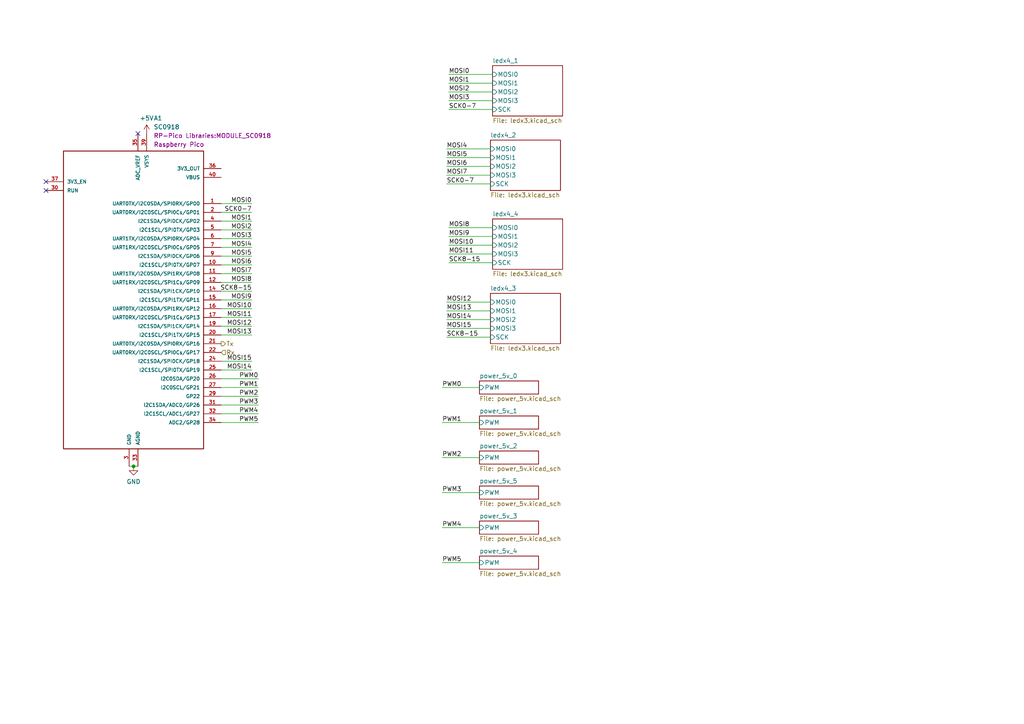
<source format=kicad_sch>
(kicad_sch (version 20230121) (generator eeschema)
  (paper "A4")
  (lib_symbols
    (symbol "MCU_RaspberryPi_and_Boards:SC0918" (pin_names (offset 1.016))
      (property "Reference" "A?" (at 19.05 46.99 0))
      (property "Value" "SC0918" (at 16.51 44.45 0))
      (property "Footprint" "Raspberry Pi:MODULE_SC0918" (at -17.78 44.45 0))
      (property "manufacturer" "Raspberry Pico" (at 0 33.02 0))
      (symbol "SC0918_0_0"
        (rectangle (start -20.32 -43.18) (end 20.32 43.18) (stroke (width 0.254)))
        (pin bidirectional line (at 25.4 27.94 180) (length 5.08) (name "UART0TX/I2C0SDA/SPI0RX/GP00") (number "1"))
        (pin bidirectional line (at 25.4 10.16 180) (length 5.08) (name "I2C1SCL/SPI0TX/GP07") (number "10"))
        (pin bidirectional line (at 25.4 7.62 180) (length 5.08) (name "UART1TX/I2C0SDA/SPI1RX/GP08") (number "11"))
        (pin bidirectional line (at 25.4 5.08 180) (length 5.08) (name "UART1RX/I2C0SCL/SPI1Cs/GP09") (number "12"))
        (pin power_in line (at -1.27 -48.26 90) (length 5.08) hide (name "GND") (number "13"))
        (pin bidirectional line (at 25.4 2.54 180) (length 5.08) (name "I2C1SDA/SPI1CK/GP10") (number "14"))
        (pin bidirectional line (at 25.4 0 180) (length 5.08) (name "I2C1SCL/SPI1TX/GP11") (number "15"))
        (pin bidirectional line (at 25.4 -2.54 180) (length 5.08) (name "UART0TX/I2C0SDA/SPI1RX/GP12") (number "16"))
        (pin bidirectional line (at 25.4 -5.08 180) (length 5.08) (name "UART0RX/I2C0SCL/SPI1Cs/GP13") (number "17"))
        (pin power_in line (at -1.27 -48.26 90) (length 5.08) hide (name "GND") (number "18"))
        (pin bidirectional line (at 25.4 -7.62 180) (length 5.08) (name "I2C1SDA/SPI1CK/GP14") (number "19"))
        (pin bidirectional line (at 25.4 25.4 180) (length 5.08) (name "UART0RX/I2C0SCL/SPI0Cs/GP01") (number "2"))
        (pin bidirectional line (at 25.4 -10.16 180) (length 5.08) (name "I2C1SCL/SPI1TX/GP15") (number "20"))
        (pin bidirectional line (at 25.4 -12.7 180) (length 5.08) (name "UART0TX/I2C0SDA/SPI0RX/GP16") (number "21"))
        (pin bidirectional line (at 25.4 -15.24 180) (length 5.08) (name "UART0RX/I2C0SCL/SPI0Cs/GP17") (number "22"))
        (pin power_in line (at -1.27 -48.26 90) (length 5.08) hide (name "GND") (number "23"))
        (pin bidirectional line (at 25.4 -17.78 180) (length 5.08) (name "I2C1SDA/SPI0CK/GP18") (number "24"))
        (pin bidirectional line (at 25.4 -20.32 180) (length 5.08) (name "I2C1SCL/SPI0TX/GP19") (number "25"))
        (pin bidirectional line (at 25.4 -22.86 180) (length 5.08) (name "I2C0SDA/GP20") (number "26"))
        (pin bidirectional line (at 25.4 -25.4 180) (length 5.08) (name "I2C0SCL/GP21") (number "27"))
        (pin power_in line (at -1.27 -48.26 90) (length 5.08) hide (name "GND") (number "28"))
        (pin bidirectional line (at 25.4 -27.94 180) (length 5.08) (name "GP22") (number "29"))
        (pin power_in line (at -1.27 -48.26 90) (length 5.08) (name "GND") (number "3"))
        (pin input line (at -25.4 31.75 0) (length 5.08) (name "RUN") (number "30"))
        (pin bidirectional line (at 25.4 -30.48 180) (length 5.08) (name "I2C1SDA/ADC0/GP26") (number "31"))
        (pin bidirectional line (at 25.4 -33.02 180) (length 5.08) (name "I2C1SCL/ADC1/GP27") (number "32"))
        (pin power_in line (at 1.27 -48.26 90) (length 5.08) (name "AGND") (number "33"))
        (pin bidirectional line (at 25.4 -35.56 180) (length 5.08) (name "ADC2/GP28") (number "34"))
        (pin power_out line (at 25.4 38.1 180) (length 5.08) (name "3V3_OUT") (number "36"))
        (pin input line (at -25.4 34.29 0) (length 5.08) (name "3V3_EN") (number "37"))
        (pin power_in line (at -1.27 -48.26 90) (length 5.08) hide (name "GND") (number "38"))
        (pin power_in line (at 3.81 48.26 270) (length 5.08) (name "VSYS") (number "39"))
        (pin bidirectional line (at 25.4 22.86 180) (length 5.08) (name "I2C1SDA/SPI0CK/GP02") (number "4"))
        (pin power_out line (at 25.4 35.56 180) (length 5.08) (name "VBUS") (number "40"))
        (pin bidirectional line (at 25.4 20.32 180) (length 5.08) (name "I2C1SCL/SPI0TX/GP03") (number "5"))
        (pin bidirectional line (at 25.4 17.78 180) (length 5.08) (name "UART1TX/I2C0SDA/SPI0RX/GP04") (number "6"))
        (pin bidirectional line (at 25.4 15.24 180) (length 5.08) (name "UART1RX/I2C0SCL/SPI0Cs/GP05") (number "7"))
        (pin power_in line (at -1.27 -48.26 90) (length 5.08) hide (name "GND") (number "8"))
        (pin bidirectional line (at 25.4 12.7 180) (length 5.08) (name "I2C1SDA/SPI0CK/GP06") (number "9"))
      )
      (symbol "SC0918_1_0"
        (pin passive line (at 1.27 48.26 270) (length 5.08) (name "ADC_VREF") (number "35"))
      )
      (symbol "SC0918_1_1"
        (pin free line (at -1.27 -48.26 90) (length 5.08) hide (name "GND") (number "M1"))
        (pin free line (at -1.27 -48.26 90) (length 5.08) hide (name "GND") (number "M2"))
        (pin free line (at -1.27 -48.26 90) (length 5.08) hide (name "GND") (number "M3"))
        (pin free line (at -1.27 -48.26 90) (length 5.08) hide (name "GND") (number "M4"))
      )
    )
    (symbol "power:+5V" (power) (pin_names (offset 0))
      (property "Value" "+5V" (at 0 3.556 0))
      (symbol "+5V_0_1"
        (polyline (pts (xy -0.762 1.27) (xy 0 2.54)))
        (polyline (pts (xy 0 0) (xy 0 2.54)))
        (polyline (pts (xy 0 2.54) (xy 0.762 1.27)))
      )
      (symbol "+5V_1_1"
        (pin power_in line (at 0 0 90) (length 0) hide (name "+5V") (number "1"))
      )
    )
    (symbol "power:GND" (power) (pin_names (offset 0))
      (property "Value" "GND" (at 0 -3.81 0))
      (symbol "GND_0_1"
        (polyline (pts (xy 0 0) (xy 0 -1.27) (xy 1.27 -1.27) (xy 0 -2.54) (xy -1.27 -1.27) (xy 0 -1.27)))
      )
      (symbol "GND_1_1"
        (pin power_in line (at 0 0 270) (length 0) hide (name "GND") (number "1"))
      )
    )
  )
  (junction (at 38.735 135.255))
  (no_connect (at 40.005 38.735))
  (no_connect (at 13.335 55.245))
  (no_connect (at 13.335 52.705))
  (wire (pts (xy 130.175 68.58) (xy 142.875 68.58)))
  (wire (pts (xy 64.135 66.675) (xy 73.025 66.675)))
  (wire (pts (xy 139.065 142.875) (xy 128.27 142.875)))
  (wire (pts (xy 64.135 81.915) (xy 73.025 81.915)))
  (wire (pts (xy 139.065 153.035) (xy 128.27 153.035)))
  (wire (pts (xy 64.135 112.395) (xy 74.93 112.395)))
  (wire (pts (xy 64.135 79.375) (xy 73.025 79.375)))
  (wire (pts (xy 129.54 45.72) (xy 142.24 45.72)))
  (wire (pts (xy 64.135 97.155) (xy 73.025 97.155)))
  (wire (pts (xy 130.175 24.13) (xy 142.875 24.13)))
  (wire (pts (xy 129.54 97.79) (xy 142.24 97.79)))
  (wire (pts (xy 38.735 135.255) (xy 40.005 135.255)))
  (wire (pts (xy 64.135 109.855) (xy 74.93 109.855)))
  (wire (pts (xy 64.135 74.295) (xy 73.025 74.295)))
  (wire (pts (xy 129.54 53.34) (xy 142.24 53.34)))
  (wire (pts (xy 129.54 50.8) (xy 142.24 50.8)))
  (wire (pts (xy 130.175 73.66) (xy 142.875 73.66)))
  (wire (pts (xy 130.175 71.12) (xy 142.875 71.12)))
  (wire (pts (xy 64.135 86.995) (xy 73.025 86.995)))
  (wire (pts (xy 64.135 89.535) (xy 73.025 89.535)))
  (wire (pts (xy 64.135 94.615) (xy 73.025 94.615)))
  (wire (pts (xy 130.175 26.67) (xy 142.875 26.67)))
  (wire (pts (xy 130.175 31.75) (xy 142.875 31.75)))
  (wire (pts (xy 64.135 69.215) (xy 73.025 69.215)))
  (wire (pts (xy 64.135 92.075) (xy 73.025 92.075)))
  (wire (pts (xy 64.135 84.455) (xy 73.025 84.455)))
  (wire (pts (xy 64.135 120.015) (xy 74.93 120.015)))
  (wire (pts (xy 130.175 21.59) (xy 142.875 21.59)))
  (wire (pts (xy 130.175 66.04) (xy 142.875 66.04)))
  (wire (pts (xy 37.465 135.255) (xy 38.735 135.255)))
  (wire (pts (xy 129.54 90.17) (xy 142.24 90.17)))
  (wire (pts (xy 129.54 43.18) (xy 142.24 43.18)))
  (wire (pts (xy 64.135 71.755) (xy 73.025 71.755)))
  (wire (pts (xy 73.025 61.595) (xy 64.135 61.595)))
  (wire (pts (xy 64.135 64.135) (xy 73.025 64.135)))
  (wire (pts (xy 139.065 163.195) (xy 128.27 163.195)))
  (wire (pts (xy 139.065 112.395) (xy 128.27 112.395)))
  (wire (pts (xy 129.54 92.71) (xy 142.24 92.71)))
  (wire (pts (xy 130.175 29.21) (xy 142.875 29.21)))
  (wire (pts (xy 139.065 122.555) (xy 128.27 122.555)))
  (wire (pts (xy 129.54 48.26) (xy 142.24 48.26)))
  (wire (pts (xy 64.135 59.055) (xy 73.025 59.055)))
  (wire (pts (xy 64.135 104.775) (xy 73.025 104.775)))
  (wire (pts (xy 64.135 107.315) (xy 73.025 107.315)))
  (wire (pts (xy 64.135 117.475) (xy 74.93 117.475)))
  (wire (pts (xy 139.065 132.715) (xy 128.27 132.715)))
  (wire (pts (xy 64.135 122.555) (xy 74.93 122.555)))
  (wire (pts (xy 64.135 114.935) (xy 74.93 114.935)))
  (wire (pts (xy 130.175 76.2) (xy 142.875 76.2)))
  (wire (pts (xy 64.135 76.835) (xy 73.025 76.835)))
  (wire (pts (xy 129.54 95.25) (xy 142.24 95.25)))
  (wire (pts (xy 129.54 87.63) (xy 142.24 87.63)))
  (label "MOSI8" (at 73.025 81.915 180))
  (label "PWM2" (at 74.93 114.935 180))
  (label "MOSI4" (at 73.025 71.755 180))
  (label "PWM3" (at 74.93 117.475 180))
  (label "PWM5" (at 74.93 122.555 180))
  (label "SCK8-15" (at 73.025 84.455 180))
  (label "MOSI6" (at 129.54 48.26 0))
  (label "PWM0" (at 74.93 109.855 180))
  (label "MOSI7" (at 73.025 79.375 180))
  (label "SCK0-7" (at 129.54 53.34 0))
  (label "MOSI1" (at 130.175 24.13 0))
  (label "SCK0-7" (at 73.025 61.595 180))
  (label "SCK8-15" (at 130.175 76.2 0))
  (label "MOSI11" (at 73.025 92.075 180))
  (label "MOSI12" (at 129.54 87.63 0))
  (label "MOSI11" (at 130.175 73.66 0))
  (label "MOSI8" (at 130.175 66.04 0))
  (label "MOSI5" (at 73.025 74.295 180))
  (label "MOSI7" (at 129.54 50.8 0))
  (label "MOSI2" (at 73.025 66.675 180))
  (label "MOSI10" (at 130.175 71.12 0))
  (label "MOSI9" (at 73.025 86.995 180))
  (label "PWM4" (at 74.93 120.015 180))
  (label "MOSI2" (at 130.175 26.67 0))
  (label "MOSI0" (at 73.025 59.055 180))
  (label "MOSI3" (at 73.025 69.215 180))
  (label "MOSI13" (at 73.025 97.155 180))
  (label "PWM0" (at 128.27 112.395 0))
  (label "PWM1" (at 74.93 112.395 180))
  (label "MOSI10" (at 73.025 89.535 180))
  (label "MOSI15" (at 73.025 104.775 180))
  (label "SCK8-15" (at 129.54 97.79 0))
  (label "MOSI3" (at 130.175 29.21 0))
  (label "MOSI5" (at 129.54 45.72 0))
  (label "MOSI9" (at 130.175 68.58 0))
  (label "MOSI14" (at 129.54 92.71 0))
  (label "PWM3" (at 128.27 142.875 0))
  (label "MOSI15" (at 129.54 95.25 0))
  (label "PWM5" (at 128.27 163.195 0))
  (label "SCK0-7" (at 130.175 31.75 0))
  (label "MOSI13" (at 129.54 90.17 0))
  (label "MOSI4" (at 129.54 43.18 0))
  (label "MOSI6" (at 73.025 76.835 180))
  (label "MOSI12" (at 73.025 94.615 180))
  (label "PWM2" (at 128.27 132.715 0))
  (label "PWM4" (at 128.27 153.035 0))
  (label "PWM1" (at 128.27 122.555 0))
  (label "MOSI1" (at 73.025 64.135 180))
  (label "MOSI0" (at 130.175 21.59 0))
  (label "MOSI14" (at 73.025 107.315 180))
  (hierarchical_label "Tx" (shape output) (at 64.135 99.695 0))
  (hierarchical_label "Rx" (shape input) (at 64.135 102.235 0))
  (symbol (lib_id "power:GND") (at 38.735 135.255 0) (unit 1)
    (property "Reference" "#PWR025" (effects hide))
    (property "Value" "GND" (at 38.735 139.7 0))
  )
  (symbol (lib_id "power:+5V") (at 42.545 38.735 0) (unit 1)
    (property "Reference" "#PWR026" (effects hide))
    (property "Value" "+5V" (at 42.545 34.29 0))
  )
  (symbol (lib_id "MCU_RaspberryPi_and_Boards:SC0918") (at 38.735 86.995 0) (unit 1)
    (property "Reference" "A1" (at 44.5644 34.29 0) (effects (justify left)))
    (property "Value" "SC0918" (at 44.5644 36.83 0) (effects (justify left)))
    (property "Footprint" "RP-Pico Libraries:MODULE_SC0918" (at 44.5644 39.37 0) (effects (justify left)))
    (property "Datasheet" "https://datasheets.raspberrypi.com/picow/pico-w-datasheet.pdf" (effects hide))
    (property "manufacturer" "Raspberry Pico" (at 44.5644 41.91 0) (effects (justify left)))
    (property "P/N" "SC0918" (effects hide))
    (property "PARTREV" "1.6" (effects hide))
    (property "MAXIMUM_PACKAGE_HEIGHT" "3.73mm" (effects hide))
  )
  (sheet (at 142.24 40.64) (size 20.32 14.605) (stroke (width 0.1524))
    (property "Sheetname" "ledx4_2" (at 142.24 39.9284 0) (effects (justify left bottom)))
    (property "Sheetfile" "ledx3.kicad_sch" (at 142.24 55.8296 0) (effects (justify left top)))
    (pin "MOSI1" input (at 142.24 45.72 180))
    (pin "MOSI0" input (at 142.24 43.18 180))
    (pin "MOSI2" input (at 142.24 48.26 180))
    (pin "MOSI3" input (at 142.24 50.8 180))
    (pin "SCK" input (at 142.24 53.34 180))
  )
  (sheet (at 139.065 140.97) (size 17.145 3.81) (stroke (width 0.1524))
    (property "Sheetname" "power_5v_5" (at 139.065 140.2584 0) (effects (justify left bottom)))
    (property "Sheetfile" "power_5v.kicad_sch" (at 139.065 145.3646 0) (effects (justify left top)))
    (pin "PWM" input (at 139.065 142.875 180))
  )
  (sheet (at 139.065 120.65) (size 17.145 3.81) (stroke (width 0.1524))
    (property "Sheetname" "power_5v_1" (at 139.065 119.9384 0) (effects (justify left bottom)))
    (property "Sheetfile" "power_5v.kicad_sch" (at 139.065 125.0446 0) (effects (justify left top)))
    (pin "PWM" input (at 139.065 122.555 180))
  )
  (sheet (at 142.875 63.5) (size 20.32 14.605) (stroke (width 0.1524))
    (property "Sheetname" "ledx4_4" (at 142.875 62.7884 0) (effects (justify left bottom)))
    (property "Sheetfile" "ledx3.kicad_sch" (at 142.875 78.6896 0) (effects (justify left top)))
    (pin "MOSI1" input (at 142.875 68.58 180))
    (pin "MOSI0" input (at 142.875 66.04 180))
    (pin "MOSI2" input (at 142.875 71.12 180))
    (pin "MOSI3" input (at 142.875 73.66 180))
    (pin "SCK" input (at 142.875 76.2 180))
  )
  (sheet (at 142.875 19.05) (size 20.32 14.605) (stroke (width 0.1524))
    (property "Sheetname" "ledx4_1" (at 142.875 18.3384 0) (effects (justify left bottom)))
    (property "Sheetfile" "ledx3.kicad_sch" (at 142.875 34.2396 0) (effects (justify left top)))
    (pin "MOSI1" input (at 142.875 24.13 180))
    (pin "MOSI0" input (at 142.875 21.59 180))
    (pin "MOSI2" input (at 142.875 26.67 180))
    (pin "MOSI3" input (at 142.875 29.21 180))
    (pin "SCK" input (at 142.875 31.75 180))
  )
  (sheet (at 139.065 130.81) (size 17.145 3.81) (stroke (width 0.1524))
    (property "Sheetname" "power_5v_2" (at 139.065 130.0984 0) (effects (justify left bottom)))
    (property "Sheetfile" "power_5v.kicad_sch" (at 139.065 135.2046 0) (effects (justify left top)))
    (pin "PWM" input (at 139.065 132.715 180))
  )
  (sheet (at 142.24 85.09) (size 20.32 14.605) (stroke (width 0.1524))
    (property "Sheetname" "ledx4_3" (at 142.24 84.3784 0) (effects (justify left bottom)))
    (property "Sheetfile" "ledx3.kicad_sch" (at 142.24 100.2796 0) (effects (justify left top)))
    (pin "MOSI1" input (at 142.24 90.17 180))
    (pin "MOSI0" input (at 142.24 87.63 180))
    (pin "MOSI2" input (at 142.24 92.71 180))
    (pin "MOSI3" input (at 142.24 95.25 180))
    (pin "SCK" input (at 142.24 97.79 180))
  )
  (sheet (at 139.065 151.13) (size 17.145 3.81) (stroke (width 0.1524))
    (property "Sheetname" "power_5v_3" (at 139.065 150.4184 0) (effects (justify left bottom)))
    (property "Sheetfile" "power_5v.kicad_sch" (at 139.065 155.5246 0) (effects (justify left top)))
    (pin "PWM" input (at 139.065 153.035 180))
  )
  (sheet (at 139.065 110.49) (size 17.145 3.81) (stroke (width 0.1524))
    (property "Sheetname" "power_5v_0" (at 139.065 109.7784 0) (effects (justify left bottom)))
    (property "Sheetfile" "power_5v.kicad_sch" (at 139.065 114.8846 0) (effects (justify left top)))
    (pin "PWM" input (at 139.065 112.395 180))
  )
  (sheet (at 139.065 161.29) (size 17.145 3.81) (stroke (width 0.1524))
    (property "Sheetname" "power_5v_4" (at 139.065 160.5784 0) (effects (justify left bottom)))
    (property "Sheetfile" "power_5v.kicad_sch" (at 139.065 165.6846 0) (effects (justify left top)))
    (pin "PWM" input (at 139.065 163.195 180))
  )
)
</source>
